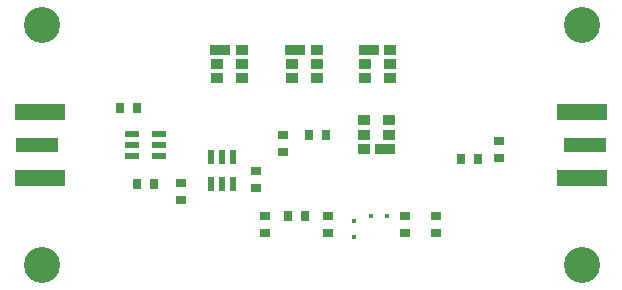
<source format=gbr>
%TF.GenerationSoftware,Altium Limited,Altium Designer,22.6.1 (34)*%
G04 Layer_Color=255*
%FSLAX26Y26*%
%MOIN*%
%TF.SameCoordinates,8B827DF8-CB59-4627-A0E1-72AFC477AE17*%
%TF.FilePolarity,Positive*%
%TF.FileFunction,Pads,Top*%
%TF.Part,Single*%
G01*
G75*
%TA.AperFunction,SMDPad,CuDef*%
%ADD10R,0.035433X0.031496*%
%ADD11R,0.031496X0.035433*%
%ADD12R,0.050000X0.020000*%
%ADD13R,0.041339X0.031890*%
%ADD14R,0.066929X0.031890*%
%TA.AperFunction,ConnectorPad*%
%ADD15R,0.141732X0.050000*%
%ADD16R,0.165354X0.053150*%
%TA.AperFunction,SMDPad,CuDef*%
%ADD17R,0.020000X0.050000*%
%ADD18R,0.013780X0.013780*%
%ADD19R,0.013780X0.013780*%
%TA.AperFunction,WasherPad*%
%ADD21C,0.120000*%
D10*
X1565000Y1372559D02*
D03*
Y1317441D02*
D03*
X1815000Y1357441D02*
D03*
Y1412559D02*
D03*
X2055000Y1207441D02*
D03*
Y1262559D02*
D03*
X1845000Y1207441D02*
D03*
Y1262559D02*
D03*
X2415000Y1207441D02*
D03*
Y1262559D02*
D03*
X2625000Y1512559D02*
D03*
Y1457441D02*
D03*
X2310000Y1207441D02*
D03*
Y1262559D02*
D03*
X1905000Y1477441D02*
D03*
Y1532559D02*
D03*
D11*
X1362441Y1625000D02*
D03*
X1417559D02*
D03*
X1417441Y1370000D02*
D03*
X1472559D02*
D03*
X1922441Y1263000D02*
D03*
X1977559D02*
D03*
X2047559Y1535000D02*
D03*
X1992441D02*
D03*
X2497441Y1455000D02*
D03*
X2552559D02*
D03*
D12*
X1400000Y1537000D02*
D03*
Y1463000D02*
D03*
X1490000D02*
D03*
Y1500000D02*
D03*
Y1537000D02*
D03*
X1400000Y1500000D02*
D03*
D13*
X2262323Y1817047D02*
D03*
Y1770000D02*
D03*
Y1722953D02*
D03*
X2177677D02*
D03*
Y1770000D02*
D03*
X2172677Y1487953D02*
D03*
Y1535000D02*
D03*
Y1582047D02*
D03*
X2257323D02*
D03*
Y1535000D02*
D03*
X2017323Y1817047D02*
D03*
Y1770000D02*
D03*
Y1722953D02*
D03*
X1932677D02*
D03*
Y1770000D02*
D03*
X1767323Y1817047D02*
D03*
Y1770000D02*
D03*
Y1722953D02*
D03*
X1682677D02*
D03*
Y1770000D02*
D03*
D14*
X2190472Y1817047D02*
D03*
X2244528Y1487953D02*
D03*
X1945472Y1817047D02*
D03*
X1695472D02*
D03*
D15*
X2910000Y1500000D02*
D03*
X1085000D02*
D03*
D16*
X2902126Y1388780D02*
D03*
Y1611220D02*
D03*
X1092874Y1388780D02*
D03*
Y1611220D02*
D03*
D17*
X1663000Y1370000D02*
D03*
X1737000D02*
D03*
Y1460000D02*
D03*
X1700000D02*
D03*
X1663000D02*
D03*
X1700000Y1370000D02*
D03*
D18*
X2251449Y1265000D02*
D03*
X2198299D02*
D03*
D19*
X2140000Y1246449D02*
D03*
Y1193299D02*
D03*
D21*
X2900000Y1900000D02*
D03*
Y1100000D02*
D03*
X1100000D02*
D03*
Y1900000D02*
D03*
%TF.MD5,454bdad2a5fe0d7ccdc79d1a96c4702d*%
M02*

</source>
